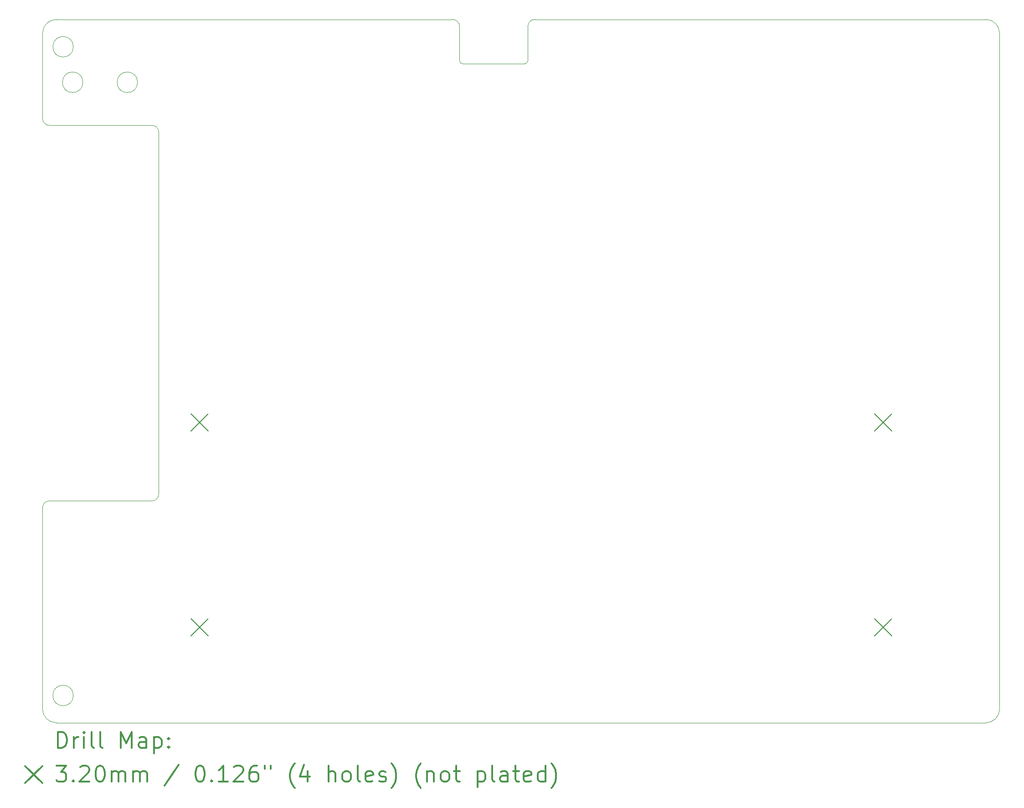
<source format=gbr>
%FSLAX45Y45*%
G04 Gerber Fmt 4.5, Leading zero omitted, Abs format (unit mm)*
G04 Created by KiCad (PCBNEW (5.1.2-1)-1) date 2022-11-22 19:01:17*
%MOMM*%
%LPD*%
G04 APERTURE LIST*
%ADD10C,0.120000*%
%ADD11C,0.050000*%
%ADD12C,0.200000*%
%ADD13C,0.300000*%
G04 APERTURE END LIST*
D10*
X1841500Y-13843000D02*
G75*
G03X1841500Y-13843000I-190500J0D01*
G01*
X1841500Y-1778000D02*
G75*
G03X1841500Y-1778000I-190500J0D01*
G01*
D11*
X10287000Y-2032000D02*
G75*
G02X10223500Y-2095500I-63500J0D01*
G01*
X9080500Y-2095500D02*
G75*
G02X9017000Y-2032000I0J63500D01*
G01*
X9017000Y-1397000D02*
X9017000Y-2032000D01*
X10287000Y-1397000D02*
G75*
G02X10414000Y-1270000I127000J0D01*
G01*
X10414000Y-1270000D02*
X18796000Y-1270000D01*
X10287000Y-2032000D02*
X10287000Y-1397000D01*
X9080500Y-2095500D02*
X10223500Y-2095500D01*
X8890000Y-1270000D02*
G75*
G02X9017000Y-1397000I0J-127000D01*
G01*
D10*
X3035300Y-2438400D02*
G75*
G03X3035300Y-2438400I-190500J0D01*
G01*
X2019300Y-2438400D02*
G75*
G03X2019300Y-2438400I-190500J0D01*
G01*
D11*
X1270000Y-10350500D02*
G75*
G02X1397000Y-10223500I127000J0D01*
G01*
X3429000Y-10096500D02*
G75*
G02X3302000Y-10223500I-127000J0D01*
G01*
X3302000Y-3238500D02*
G75*
G02X3429000Y-3365500I0J-127000D01*
G01*
X1397000Y-3238500D02*
G75*
G02X1270000Y-3111500I0J127000D01*
G01*
X1524000Y-14351000D02*
G75*
G02X1270000Y-14097000I0J254000D01*
G01*
X19050000Y-14097000D02*
G75*
G02X18796000Y-14351000I-254000J0D01*
G01*
X18796000Y-1270000D02*
G75*
G02X19050000Y-1524000I0J-254000D01*
G01*
X1270000Y-1524000D02*
G75*
G02X1524000Y-1270000I254000J0D01*
G01*
X1270000Y-3111500D02*
X1270000Y-1524000D01*
X3302000Y-3238500D02*
X1397000Y-3238500D01*
X3429000Y-10096500D02*
X3429000Y-3365500D01*
X1397000Y-10223500D02*
X3302000Y-10223500D01*
X1270000Y-14097000D02*
X1270000Y-10350500D01*
X18796000Y-14351000D02*
X1524000Y-14351000D01*
X19050000Y-1524000D02*
X19050000Y-14097000D01*
X1524000Y-1270000D02*
X8890000Y-1270000D01*
D12*
X16731000Y-12413000D02*
X17051000Y-12733000D01*
X17051000Y-12413000D02*
X16731000Y-12733000D01*
X16731000Y-8603000D02*
X17051000Y-8923000D01*
X17051000Y-8603000D02*
X16731000Y-8923000D01*
X4031000Y-12413000D02*
X4351000Y-12733000D01*
X4351000Y-12413000D02*
X4031000Y-12733000D01*
X4031000Y-8603000D02*
X4351000Y-8923000D01*
X4351000Y-8603000D02*
X4031000Y-8923000D01*
D13*
X1553928Y-14819214D02*
X1553928Y-14519214D01*
X1625357Y-14519214D01*
X1668214Y-14533500D01*
X1696786Y-14562071D01*
X1711071Y-14590643D01*
X1725357Y-14647786D01*
X1725357Y-14690643D01*
X1711071Y-14747786D01*
X1696786Y-14776357D01*
X1668214Y-14804929D01*
X1625357Y-14819214D01*
X1553928Y-14819214D01*
X1853928Y-14819214D02*
X1853928Y-14619214D01*
X1853928Y-14676357D02*
X1868214Y-14647786D01*
X1882500Y-14633500D01*
X1911071Y-14619214D01*
X1939643Y-14619214D01*
X2039643Y-14819214D02*
X2039643Y-14619214D01*
X2039643Y-14519214D02*
X2025357Y-14533500D01*
X2039643Y-14547786D01*
X2053928Y-14533500D01*
X2039643Y-14519214D01*
X2039643Y-14547786D01*
X2225357Y-14819214D02*
X2196786Y-14804929D01*
X2182500Y-14776357D01*
X2182500Y-14519214D01*
X2382500Y-14819214D02*
X2353928Y-14804929D01*
X2339643Y-14776357D01*
X2339643Y-14519214D01*
X2725357Y-14819214D02*
X2725357Y-14519214D01*
X2825357Y-14733500D01*
X2925357Y-14519214D01*
X2925357Y-14819214D01*
X3196786Y-14819214D02*
X3196786Y-14662071D01*
X3182500Y-14633500D01*
X3153928Y-14619214D01*
X3096786Y-14619214D01*
X3068214Y-14633500D01*
X3196786Y-14804929D02*
X3168214Y-14819214D01*
X3096786Y-14819214D01*
X3068214Y-14804929D01*
X3053928Y-14776357D01*
X3053928Y-14747786D01*
X3068214Y-14719214D01*
X3096786Y-14704929D01*
X3168214Y-14704929D01*
X3196786Y-14690643D01*
X3339643Y-14619214D02*
X3339643Y-14919214D01*
X3339643Y-14633500D02*
X3368214Y-14619214D01*
X3425357Y-14619214D01*
X3453928Y-14633500D01*
X3468214Y-14647786D01*
X3482500Y-14676357D01*
X3482500Y-14762071D01*
X3468214Y-14790643D01*
X3453928Y-14804929D01*
X3425357Y-14819214D01*
X3368214Y-14819214D01*
X3339643Y-14804929D01*
X3611071Y-14790643D02*
X3625357Y-14804929D01*
X3611071Y-14819214D01*
X3596786Y-14804929D01*
X3611071Y-14790643D01*
X3611071Y-14819214D01*
X3611071Y-14633500D02*
X3625357Y-14647786D01*
X3611071Y-14662071D01*
X3596786Y-14647786D01*
X3611071Y-14633500D01*
X3611071Y-14662071D01*
X947500Y-15153500D02*
X1267500Y-15473500D01*
X1267500Y-15153500D02*
X947500Y-15473500D01*
X1525357Y-15149214D02*
X1711071Y-15149214D01*
X1611071Y-15263500D01*
X1653928Y-15263500D01*
X1682500Y-15277786D01*
X1696786Y-15292071D01*
X1711071Y-15320643D01*
X1711071Y-15392071D01*
X1696786Y-15420643D01*
X1682500Y-15434929D01*
X1653928Y-15449214D01*
X1568214Y-15449214D01*
X1539643Y-15434929D01*
X1525357Y-15420643D01*
X1839643Y-15420643D02*
X1853928Y-15434929D01*
X1839643Y-15449214D01*
X1825357Y-15434929D01*
X1839643Y-15420643D01*
X1839643Y-15449214D01*
X1968214Y-15177786D02*
X1982500Y-15163500D01*
X2011071Y-15149214D01*
X2082500Y-15149214D01*
X2111071Y-15163500D01*
X2125357Y-15177786D01*
X2139643Y-15206357D01*
X2139643Y-15234929D01*
X2125357Y-15277786D01*
X1953928Y-15449214D01*
X2139643Y-15449214D01*
X2325357Y-15149214D02*
X2353928Y-15149214D01*
X2382500Y-15163500D01*
X2396786Y-15177786D01*
X2411071Y-15206357D01*
X2425357Y-15263500D01*
X2425357Y-15334929D01*
X2411071Y-15392071D01*
X2396786Y-15420643D01*
X2382500Y-15434929D01*
X2353928Y-15449214D01*
X2325357Y-15449214D01*
X2296786Y-15434929D01*
X2282500Y-15420643D01*
X2268214Y-15392071D01*
X2253928Y-15334929D01*
X2253928Y-15263500D01*
X2268214Y-15206357D01*
X2282500Y-15177786D01*
X2296786Y-15163500D01*
X2325357Y-15149214D01*
X2553928Y-15449214D02*
X2553928Y-15249214D01*
X2553928Y-15277786D02*
X2568214Y-15263500D01*
X2596786Y-15249214D01*
X2639643Y-15249214D01*
X2668214Y-15263500D01*
X2682500Y-15292071D01*
X2682500Y-15449214D01*
X2682500Y-15292071D02*
X2696786Y-15263500D01*
X2725357Y-15249214D01*
X2768214Y-15249214D01*
X2796786Y-15263500D01*
X2811071Y-15292071D01*
X2811071Y-15449214D01*
X2953928Y-15449214D02*
X2953928Y-15249214D01*
X2953928Y-15277786D02*
X2968214Y-15263500D01*
X2996786Y-15249214D01*
X3039643Y-15249214D01*
X3068214Y-15263500D01*
X3082500Y-15292071D01*
X3082500Y-15449214D01*
X3082500Y-15292071D02*
X3096786Y-15263500D01*
X3125357Y-15249214D01*
X3168214Y-15249214D01*
X3196786Y-15263500D01*
X3211071Y-15292071D01*
X3211071Y-15449214D01*
X3796786Y-15134929D02*
X3539643Y-15520643D01*
X4182500Y-15149214D02*
X4211071Y-15149214D01*
X4239643Y-15163500D01*
X4253928Y-15177786D01*
X4268214Y-15206357D01*
X4282500Y-15263500D01*
X4282500Y-15334929D01*
X4268214Y-15392071D01*
X4253928Y-15420643D01*
X4239643Y-15434929D01*
X4211071Y-15449214D01*
X4182500Y-15449214D01*
X4153928Y-15434929D01*
X4139643Y-15420643D01*
X4125357Y-15392071D01*
X4111071Y-15334929D01*
X4111071Y-15263500D01*
X4125357Y-15206357D01*
X4139643Y-15177786D01*
X4153928Y-15163500D01*
X4182500Y-15149214D01*
X4411071Y-15420643D02*
X4425357Y-15434929D01*
X4411071Y-15449214D01*
X4396786Y-15434929D01*
X4411071Y-15420643D01*
X4411071Y-15449214D01*
X4711071Y-15449214D02*
X4539643Y-15449214D01*
X4625357Y-15449214D02*
X4625357Y-15149214D01*
X4596786Y-15192071D01*
X4568214Y-15220643D01*
X4539643Y-15234929D01*
X4825357Y-15177786D02*
X4839643Y-15163500D01*
X4868214Y-15149214D01*
X4939643Y-15149214D01*
X4968214Y-15163500D01*
X4982500Y-15177786D01*
X4996786Y-15206357D01*
X4996786Y-15234929D01*
X4982500Y-15277786D01*
X4811071Y-15449214D01*
X4996786Y-15449214D01*
X5253928Y-15149214D02*
X5196786Y-15149214D01*
X5168214Y-15163500D01*
X5153928Y-15177786D01*
X5125357Y-15220643D01*
X5111071Y-15277786D01*
X5111071Y-15392071D01*
X5125357Y-15420643D01*
X5139643Y-15434929D01*
X5168214Y-15449214D01*
X5225357Y-15449214D01*
X5253928Y-15434929D01*
X5268214Y-15420643D01*
X5282500Y-15392071D01*
X5282500Y-15320643D01*
X5268214Y-15292071D01*
X5253928Y-15277786D01*
X5225357Y-15263500D01*
X5168214Y-15263500D01*
X5139643Y-15277786D01*
X5125357Y-15292071D01*
X5111071Y-15320643D01*
X5396786Y-15149214D02*
X5396786Y-15206357D01*
X5511071Y-15149214D02*
X5511071Y-15206357D01*
X5953928Y-15563500D02*
X5939643Y-15549214D01*
X5911071Y-15506357D01*
X5896786Y-15477786D01*
X5882500Y-15434929D01*
X5868214Y-15363500D01*
X5868214Y-15306357D01*
X5882500Y-15234929D01*
X5896786Y-15192071D01*
X5911071Y-15163500D01*
X5939643Y-15120643D01*
X5953928Y-15106357D01*
X6196786Y-15249214D02*
X6196786Y-15449214D01*
X6125357Y-15134929D02*
X6053928Y-15349214D01*
X6239643Y-15349214D01*
X6582500Y-15449214D02*
X6582500Y-15149214D01*
X6711071Y-15449214D02*
X6711071Y-15292071D01*
X6696786Y-15263500D01*
X6668214Y-15249214D01*
X6625357Y-15249214D01*
X6596786Y-15263500D01*
X6582500Y-15277786D01*
X6896786Y-15449214D02*
X6868214Y-15434929D01*
X6853928Y-15420643D01*
X6839643Y-15392071D01*
X6839643Y-15306357D01*
X6853928Y-15277786D01*
X6868214Y-15263500D01*
X6896786Y-15249214D01*
X6939643Y-15249214D01*
X6968214Y-15263500D01*
X6982500Y-15277786D01*
X6996786Y-15306357D01*
X6996786Y-15392071D01*
X6982500Y-15420643D01*
X6968214Y-15434929D01*
X6939643Y-15449214D01*
X6896786Y-15449214D01*
X7168214Y-15449214D02*
X7139643Y-15434929D01*
X7125357Y-15406357D01*
X7125357Y-15149214D01*
X7396786Y-15434929D02*
X7368214Y-15449214D01*
X7311071Y-15449214D01*
X7282500Y-15434929D01*
X7268214Y-15406357D01*
X7268214Y-15292071D01*
X7282500Y-15263500D01*
X7311071Y-15249214D01*
X7368214Y-15249214D01*
X7396786Y-15263500D01*
X7411071Y-15292071D01*
X7411071Y-15320643D01*
X7268214Y-15349214D01*
X7525357Y-15434929D02*
X7553928Y-15449214D01*
X7611071Y-15449214D01*
X7639643Y-15434929D01*
X7653928Y-15406357D01*
X7653928Y-15392071D01*
X7639643Y-15363500D01*
X7611071Y-15349214D01*
X7568214Y-15349214D01*
X7539643Y-15334929D01*
X7525357Y-15306357D01*
X7525357Y-15292071D01*
X7539643Y-15263500D01*
X7568214Y-15249214D01*
X7611071Y-15249214D01*
X7639643Y-15263500D01*
X7753928Y-15563500D02*
X7768214Y-15549214D01*
X7796786Y-15506357D01*
X7811071Y-15477786D01*
X7825357Y-15434929D01*
X7839643Y-15363500D01*
X7839643Y-15306357D01*
X7825357Y-15234929D01*
X7811071Y-15192071D01*
X7796786Y-15163500D01*
X7768214Y-15120643D01*
X7753928Y-15106357D01*
X8296786Y-15563500D02*
X8282500Y-15549214D01*
X8253928Y-15506357D01*
X8239643Y-15477786D01*
X8225357Y-15434929D01*
X8211071Y-15363500D01*
X8211071Y-15306357D01*
X8225357Y-15234929D01*
X8239643Y-15192071D01*
X8253928Y-15163500D01*
X8282500Y-15120643D01*
X8296786Y-15106357D01*
X8411071Y-15249214D02*
X8411071Y-15449214D01*
X8411071Y-15277786D02*
X8425357Y-15263500D01*
X8453928Y-15249214D01*
X8496786Y-15249214D01*
X8525357Y-15263500D01*
X8539643Y-15292071D01*
X8539643Y-15449214D01*
X8725357Y-15449214D02*
X8696786Y-15434929D01*
X8682500Y-15420643D01*
X8668214Y-15392071D01*
X8668214Y-15306357D01*
X8682500Y-15277786D01*
X8696786Y-15263500D01*
X8725357Y-15249214D01*
X8768214Y-15249214D01*
X8796786Y-15263500D01*
X8811071Y-15277786D01*
X8825357Y-15306357D01*
X8825357Y-15392071D01*
X8811071Y-15420643D01*
X8796786Y-15434929D01*
X8768214Y-15449214D01*
X8725357Y-15449214D01*
X8911071Y-15249214D02*
X9025357Y-15249214D01*
X8953928Y-15149214D02*
X8953928Y-15406357D01*
X8968214Y-15434929D01*
X8996786Y-15449214D01*
X9025357Y-15449214D01*
X9353928Y-15249214D02*
X9353928Y-15549214D01*
X9353928Y-15263500D02*
X9382500Y-15249214D01*
X9439643Y-15249214D01*
X9468214Y-15263500D01*
X9482500Y-15277786D01*
X9496786Y-15306357D01*
X9496786Y-15392071D01*
X9482500Y-15420643D01*
X9468214Y-15434929D01*
X9439643Y-15449214D01*
X9382500Y-15449214D01*
X9353928Y-15434929D01*
X9668214Y-15449214D02*
X9639643Y-15434929D01*
X9625357Y-15406357D01*
X9625357Y-15149214D01*
X9911071Y-15449214D02*
X9911071Y-15292071D01*
X9896786Y-15263500D01*
X9868214Y-15249214D01*
X9811071Y-15249214D01*
X9782500Y-15263500D01*
X9911071Y-15434929D02*
X9882500Y-15449214D01*
X9811071Y-15449214D01*
X9782500Y-15434929D01*
X9768214Y-15406357D01*
X9768214Y-15377786D01*
X9782500Y-15349214D01*
X9811071Y-15334929D01*
X9882500Y-15334929D01*
X9911071Y-15320643D01*
X10011071Y-15249214D02*
X10125357Y-15249214D01*
X10053928Y-15149214D02*
X10053928Y-15406357D01*
X10068214Y-15434929D01*
X10096786Y-15449214D01*
X10125357Y-15449214D01*
X10339643Y-15434929D02*
X10311071Y-15449214D01*
X10253928Y-15449214D01*
X10225357Y-15434929D01*
X10211071Y-15406357D01*
X10211071Y-15292071D01*
X10225357Y-15263500D01*
X10253928Y-15249214D01*
X10311071Y-15249214D01*
X10339643Y-15263500D01*
X10353928Y-15292071D01*
X10353928Y-15320643D01*
X10211071Y-15349214D01*
X10611071Y-15449214D02*
X10611071Y-15149214D01*
X10611071Y-15434929D02*
X10582500Y-15449214D01*
X10525357Y-15449214D01*
X10496786Y-15434929D01*
X10482500Y-15420643D01*
X10468214Y-15392071D01*
X10468214Y-15306357D01*
X10482500Y-15277786D01*
X10496786Y-15263500D01*
X10525357Y-15249214D01*
X10582500Y-15249214D01*
X10611071Y-15263500D01*
X10725357Y-15563500D02*
X10739643Y-15549214D01*
X10768214Y-15506357D01*
X10782500Y-15477786D01*
X10796786Y-15434929D01*
X10811071Y-15363500D01*
X10811071Y-15306357D01*
X10796786Y-15234929D01*
X10782500Y-15192071D01*
X10768214Y-15163500D01*
X10739643Y-15120643D01*
X10725357Y-15106357D01*
M02*

</source>
